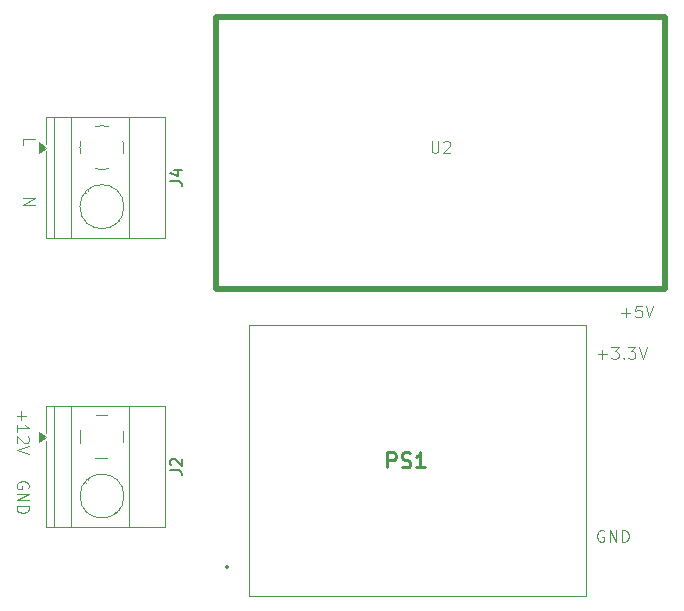
<source format=gbr>
%TF.GenerationSoftware,KiCad,Pcbnew,9.0.0*%
%TF.CreationDate,2025-03-24T13:57:02-05:00*%
%TF.ProjectId,DIIN-proyecto,4449494e-2d70-4726-9f79-6563746f2e6b,rev?*%
%TF.SameCoordinates,Original*%
%TF.FileFunction,Legend,Top*%
%TF.FilePolarity,Positive*%
%FSLAX46Y46*%
G04 Gerber Fmt 4.6, Leading zero omitted, Abs format (unit mm)*
G04 Created by KiCad (PCBNEW 9.0.0) date 2025-03-24 13:57:02*
%MOMM*%
%LPD*%
G01*
G04 APERTURE LIST*
%ADD10C,0.100000*%
%ADD11C,0.254000*%
%ADD12C,0.150000*%
%ADD13C,0.500000*%
%ADD14C,0.200000*%
%ADD15C,0.120000*%
G04 APERTURE END LIST*
D10*
X147827693Y-93920038D02*
X147732455Y-93872419D01*
X147732455Y-93872419D02*
X147589598Y-93872419D01*
X147589598Y-93872419D02*
X147446741Y-93920038D01*
X147446741Y-93920038D02*
X147351503Y-94015276D01*
X147351503Y-94015276D02*
X147303884Y-94110514D01*
X147303884Y-94110514D02*
X147256265Y-94300990D01*
X147256265Y-94300990D02*
X147256265Y-94443847D01*
X147256265Y-94443847D02*
X147303884Y-94634323D01*
X147303884Y-94634323D02*
X147351503Y-94729561D01*
X147351503Y-94729561D02*
X147446741Y-94824800D01*
X147446741Y-94824800D02*
X147589598Y-94872419D01*
X147589598Y-94872419D02*
X147684836Y-94872419D01*
X147684836Y-94872419D02*
X147827693Y-94824800D01*
X147827693Y-94824800D02*
X147875312Y-94777180D01*
X147875312Y-94777180D02*
X147875312Y-94443847D01*
X147875312Y-94443847D02*
X147684836Y-94443847D01*
X148303884Y-94872419D02*
X148303884Y-93872419D01*
X148303884Y-93872419D02*
X148875312Y-94872419D01*
X148875312Y-94872419D02*
X148875312Y-93872419D01*
X149351503Y-94872419D02*
X149351503Y-93872419D01*
X149351503Y-93872419D02*
X149589598Y-93872419D01*
X149589598Y-93872419D02*
X149732455Y-93920038D01*
X149732455Y-93920038D02*
X149827693Y-94015276D01*
X149827693Y-94015276D02*
X149875312Y-94110514D01*
X149875312Y-94110514D02*
X149922931Y-94300990D01*
X149922931Y-94300990D02*
X149922931Y-94443847D01*
X149922931Y-94443847D02*
X149875312Y-94634323D01*
X149875312Y-94634323D02*
X149827693Y-94729561D01*
X149827693Y-94729561D02*
X149732455Y-94824800D01*
X149732455Y-94824800D02*
X149589598Y-94872419D01*
X149589598Y-94872419D02*
X149351503Y-94872419D01*
X147303884Y-78991466D02*
X148065789Y-78991466D01*
X147684836Y-79372419D02*
X147684836Y-78610514D01*
X148446741Y-78372419D02*
X149065788Y-78372419D01*
X149065788Y-78372419D02*
X148732455Y-78753371D01*
X148732455Y-78753371D02*
X148875312Y-78753371D01*
X148875312Y-78753371D02*
X148970550Y-78800990D01*
X148970550Y-78800990D02*
X149018169Y-78848609D01*
X149018169Y-78848609D02*
X149065788Y-78943847D01*
X149065788Y-78943847D02*
X149065788Y-79181942D01*
X149065788Y-79181942D02*
X149018169Y-79277180D01*
X149018169Y-79277180D02*
X148970550Y-79324800D01*
X148970550Y-79324800D02*
X148875312Y-79372419D01*
X148875312Y-79372419D02*
X148589598Y-79372419D01*
X148589598Y-79372419D02*
X148494360Y-79324800D01*
X148494360Y-79324800D02*
X148446741Y-79277180D01*
X149494360Y-79277180D02*
X149541979Y-79324800D01*
X149541979Y-79324800D02*
X149494360Y-79372419D01*
X149494360Y-79372419D02*
X149446741Y-79324800D01*
X149446741Y-79324800D02*
X149494360Y-79277180D01*
X149494360Y-79277180D02*
X149494360Y-79372419D01*
X149875312Y-78372419D02*
X150494359Y-78372419D01*
X150494359Y-78372419D02*
X150161026Y-78753371D01*
X150161026Y-78753371D02*
X150303883Y-78753371D01*
X150303883Y-78753371D02*
X150399121Y-78800990D01*
X150399121Y-78800990D02*
X150446740Y-78848609D01*
X150446740Y-78848609D02*
X150494359Y-78943847D01*
X150494359Y-78943847D02*
X150494359Y-79181942D01*
X150494359Y-79181942D02*
X150446740Y-79277180D01*
X150446740Y-79277180D02*
X150399121Y-79324800D01*
X150399121Y-79324800D02*
X150303883Y-79372419D01*
X150303883Y-79372419D02*
X150018169Y-79372419D01*
X150018169Y-79372419D02*
X149922931Y-79324800D01*
X149922931Y-79324800D02*
X149875312Y-79277180D01*
X150780074Y-78372419D02*
X151113407Y-79372419D01*
X151113407Y-79372419D02*
X151446740Y-78372419D01*
X149303884Y-75491466D02*
X150065789Y-75491466D01*
X149684836Y-75872419D02*
X149684836Y-75110514D01*
X151018169Y-74872419D02*
X150541979Y-74872419D01*
X150541979Y-74872419D02*
X150494360Y-75348609D01*
X150494360Y-75348609D02*
X150541979Y-75300990D01*
X150541979Y-75300990D02*
X150637217Y-75253371D01*
X150637217Y-75253371D02*
X150875312Y-75253371D01*
X150875312Y-75253371D02*
X150970550Y-75300990D01*
X150970550Y-75300990D02*
X151018169Y-75348609D01*
X151018169Y-75348609D02*
X151065788Y-75443847D01*
X151065788Y-75443847D02*
X151065788Y-75681942D01*
X151065788Y-75681942D02*
X151018169Y-75777180D01*
X151018169Y-75777180D02*
X150970550Y-75824800D01*
X150970550Y-75824800D02*
X150875312Y-75872419D01*
X150875312Y-75872419D02*
X150637217Y-75872419D01*
X150637217Y-75872419D02*
X150541979Y-75824800D01*
X150541979Y-75824800D02*
X150494360Y-75777180D01*
X151351503Y-74872419D02*
X151684836Y-75872419D01*
X151684836Y-75872419D02*
X152018169Y-74872419D01*
X99079961Y-90327693D02*
X99127580Y-90232455D01*
X99127580Y-90232455D02*
X99127580Y-90089598D01*
X99127580Y-90089598D02*
X99079961Y-89946741D01*
X99079961Y-89946741D02*
X98984723Y-89851503D01*
X98984723Y-89851503D02*
X98889485Y-89803884D01*
X98889485Y-89803884D02*
X98699009Y-89756265D01*
X98699009Y-89756265D02*
X98556152Y-89756265D01*
X98556152Y-89756265D02*
X98365676Y-89803884D01*
X98365676Y-89803884D02*
X98270438Y-89851503D01*
X98270438Y-89851503D02*
X98175200Y-89946741D01*
X98175200Y-89946741D02*
X98127580Y-90089598D01*
X98127580Y-90089598D02*
X98127580Y-90184836D01*
X98127580Y-90184836D02*
X98175200Y-90327693D01*
X98175200Y-90327693D02*
X98222819Y-90375312D01*
X98222819Y-90375312D02*
X98556152Y-90375312D01*
X98556152Y-90375312D02*
X98556152Y-90184836D01*
X98127580Y-90803884D02*
X99127580Y-90803884D01*
X99127580Y-90803884D02*
X98127580Y-91375312D01*
X98127580Y-91375312D02*
X99127580Y-91375312D01*
X98127580Y-91851503D02*
X99127580Y-91851503D01*
X99127580Y-91851503D02*
X99127580Y-92089598D01*
X99127580Y-92089598D02*
X99079961Y-92232455D01*
X99079961Y-92232455D02*
X98984723Y-92327693D01*
X98984723Y-92327693D02*
X98889485Y-92375312D01*
X98889485Y-92375312D02*
X98699009Y-92422931D01*
X98699009Y-92422931D02*
X98556152Y-92422931D01*
X98556152Y-92422931D02*
X98365676Y-92375312D01*
X98365676Y-92375312D02*
X98270438Y-92327693D01*
X98270438Y-92327693D02*
X98175200Y-92232455D01*
X98175200Y-92232455D02*
X98127580Y-92089598D01*
X98127580Y-92089598D02*
X98127580Y-91851503D01*
X98508533Y-83803884D02*
X98508533Y-84565789D01*
X98127580Y-84184836D02*
X98889485Y-84184836D01*
X98127580Y-85565788D02*
X98127580Y-84994360D01*
X98127580Y-85280074D02*
X99127580Y-85280074D01*
X99127580Y-85280074D02*
X98984723Y-85184836D01*
X98984723Y-85184836D02*
X98889485Y-85089598D01*
X98889485Y-85089598D02*
X98841866Y-84994360D01*
X99032342Y-85946741D02*
X99079961Y-85994360D01*
X99079961Y-85994360D02*
X99127580Y-86089598D01*
X99127580Y-86089598D02*
X99127580Y-86327693D01*
X99127580Y-86327693D02*
X99079961Y-86422931D01*
X99079961Y-86422931D02*
X99032342Y-86470550D01*
X99032342Y-86470550D02*
X98937104Y-86518169D01*
X98937104Y-86518169D02*
X98841866Y-86518169D01*
X98841866Y-86518169D02*
X98699009Y-86470550D01*
X98699009Y-86470550D02*
X98127580Y-85899122D01*
X98127580Y-85899122D02*
X98127580Y-86518169D01*
X99127580Y-86803884D02*
X98127580Y-87137217D01*
X98127580Y-87137217D02*
X99127580Y-87470550D01*
X98627580Y-65763884D02*
X99627580Y-65763884D01*
X99627580Y-65763884D02*
X98627580Y-66335312D01*
X98627580Y-66335312D02*
X99627580Y-66335312D01*
X98627580Y-61280074D02*
X98627580Y-60803884D01*
X98627580Y-60803884D02*
X99627580Y-60803884D01*
X133238095Y-60957419D02*
X133238095Y-61766942D01*
X133238095Y-61766942D02*
X133285714Y-61862180D01*
X133285714Y-61862180D02*
X133333333Y-61909800D01*
X133333333Y-61909800D02*
X133428571Y-61957419D01*
X133428571Y-61957419D02*
X133619047Y-61957419D01*
X133619047Y-61957419D02*
X133714285Y-61909800D01*
X133714285Y-61909800D02*
X133761904Y-61862180D01*
X133761904Y-61862180D02*
X133809523Y-61766942D01*
X133809523Y-61766942D02*
X133809523Y-60957419D01*
X134238095Y-61052657D02*
X134285714Y-61005038D01*
X134285714Y-61005038D02*
X134380952Y-60957419D01*
X134380952Y-60957419D02*
X134619047Y-60957419D01*
X134619047Y-60957419D02*
X134714285Y-61005038D01*
X134714285Y-61005038D02*
X134761904Y-61052657D01*
X134761904Y-61052657D02*
X134809523Y-61147895D01*
X134809523Y-61147895D02*
X134809523Y-61243133D01*
X134809523Y-61243133D02*
X134761904Y-61385990D01*
X134761904Y-61385990D02*
X134190476Y-61957419D01*
X134190476Y-61957419D02*
X134809523Y-61957419D01*
D11*
X129502856Y-88574318D02*
X129502856Y-87304318D01*
X129502856Y-87304318D02*
X129986666Y-87304318D01*
X129986666Y-87304318D02*
X130107618Y-87364794D01*
X130107618Y-87364794D02*
X130168095Y-87425270D01*
X130168095Y-87425270D02*
X130228571Y-87546222D01*
X130228571Y-87546222D02*
X130228571Y-87727651D01*
X130228571Y-87727651D02*
X130168095Y-87848603D01*
X130168095Y-87848603D02*
X130107618Y-87909080D01*
X130107618Y-87909080D02*
X129986666Y-87969556D01*
X129986666Y-87969556D02*
X129502856Y-87969556D01*
X130712380Y-88513842D02*
X130893809Y-88574318D01*
X130893809Y-88574318D02*
X131196190Y-88574318D01*
X131196190Y-88574318D02*
X131317142Y-88513842D01*
X131317142Y-88513842D02*
X131377618Y-88453365D01*
X131377618Y-88453365D02*
X131438095Y-88332413D01*
X131438095Y-88332413D02*
X131438095Y-88211461D01*
X131438095Y-88211461D02*
X131377618Y-88090508D01*
X131377618Y-88090508D02*
X131317142Y-88030032D01*
X131317142Y-88030032D02*
X131196190Y-87969556D01*
X131196190Y-87969556D02*
X130954285Y-87909080D01*
X130954285Y-87909080D02*
X130833333Y-87848603D01*
X130833333Y-87848603D02*
X130772856Y-87788127D01*
X130772856Y-87788127D02*
X130712380Y-87667175D01*
X130712380Y-87667175D02*
X130712380Y-87546222D01*
X130712380Y-87546222D02*
X130772856Y-87425270D01*
X130772856Y-87425270D02*
X130833333Y-87364794D01*
X130833333Y-87364794D02*
X130954285Y-87304318D01*
X130954285Y-87304318D02*
X131256666Y-87304318D01*
X131256666Y-87304318D02*
X131438095Y-87364794D01*
X132647619Y-88574318D02*
X131921904Y-88574318D01*
X132284761Y-88574318D02*
X132284761Y-87304318D01*
X132284761Y-87304318D02*
X132163809Y-87485746D01*
X132163809Y-87485746D02*
X132042857Y-87606699D01*
X132042857Y-87606699D02*
X131921904Y-87667175D01*
D12*
X111102319Y-64333333D02*
X111816604Y-64333333D01*
X111816604Y-64333333D02*
X111959461Y-64380952D01*
X111959461Y-64380952D02*
X112054700Y-64476190D01*
X112054700Y-64476190D02*
X112102319Y-64619047D01*
X112102319Y-64619047D02*
X112102319Y-64714285D01*
X111435652Y-63428571D02*
X112102319Y-63428571D01*
X111054700Y-63666666D02*
X111768985Y-63904761D01*
X111768985Y-63904761D02*
X111768985Y-63285714D01*
X111102319Y-88833333D02*
X111816604Y-88833333D01*
X111816604Y-88833333D02*
X111959461Y-88880952D01*
X111959461Y-88880952D02*
X112054700Y-88976190D01*
X112054700Y-88976190D02*
X112102319Y-89119047D01*
X112102319Y-89119047D02*
X112102319Y-89214285D01*
X111197557Y-88404761D02*
X111149938Y-88357142D01*
X111149938Y-88357142D02*
X111102319Y-88261904D01*
X111102319Y-88261904D02*
X111102319Y-88023809D01*
X111102319Y-88023809D02*
X111149938Y-87928571D01*
X111149938Y-87928571D02*
X111197557Y-87880952D01*
X111197557Y-87880952D02*
X111292795Y-87833333D01*
X111292795Y-87833333D02*
X111388033Y-87833333D01*
X111388033Y-87833333D02*
X111530890Y-87880952D01*
X111530890Y-87880952D02*
X112102319Y-88452380D01*
X112102319Y-88452380D02*
X112102319Y-87833333D01*
%TO.C,U2*%
D13*
X115020000Y-50450000D02*
X153020000Y-50450000D01*
X153020000Y-73450000D01*
X115020000Y-73450000D01*
X115020000Y-50450000D01*
D10*
%TO.C,PS1*%
X117770000Y-76550000D02*
X146270000Y-76550000D01*
X146270000Y-76550000D02*
X146270000Y-99450000D01*
X146270000Y-99450000D02*
X117770000Y-99450000D01*
X117770000Y-99450000D02*
X117770000Y-76550000D01*
D14*
X116020000Y-97000000D02*
X116020000Y-97000000D01*
X115820000Y-97000000D02*
X115820000Y-97000000D01*
X115820000Y-97000000D02*
G75*
G02*
X116020000Y-97000000I100000J0D01*
G01*
X116020000Y-97000000D02*
G75*
G02*
X115820000Y-97000000I-100000J0D01*
G01*
D15*
%TO.C,J4*%
X110647500Y-58880000D02*
X100607500Y-58880000D01*
X110647500Y-58880000D02*
X110647500Y-69120000D01*
X107627500Y-58880000D02*
X107627500Y-69120000D01*
X102727500Y-58880000D02*
X102727500Y-69120000D01*
X101227500Y-58880000D02*
X101227500Y-69120000D01*
X100607500Y-58880000D02*
X100607500Y-61200000D01*
X100607500Y-61800000D02*
X100607500Y-69120000D01*
X104187500Y-65133000D02*
X104144500Y-65089000D01*
X103960500Y-65360000D02*
X103917500Y-65316000D01*
X106738500Y-67684000D02*
X106694500Y-67640000D01*
X106511500Y-67911000D02*
X106467500Y-67867000D01*
X110647500Y-69120000D02*
X100607500Y-69120000D01*
X104787500Y-59720000D02*
G75*
G02*
X105866821Y-59719794I540000J-1780000D01*
G01*
X107107500Y-60960000D02*
G75*
G02*
X107107706Y-62039321I-1780000J-540000D01*
G01*
X103547500Y-62040000D02*
G75*
G02*
X103547294Y-60960679I1780013J540000D01*
G01*
X105867500Y-63280000D02*
G75*
G02*
X104788179Y-63280206I-540000J1780013D01*
G01*
X107187500Y-66500000D02*
G75*
G02*
X103467500Y-66500000I-1860000J0D01*
G01*
X103467500Y-66500000D02*
G75*
G02*
X107187500Y-66500000I1860000J0D01*
G01*
X100607500Y-61500000D02*
X99997500Y-61940000D01*
X99997500Y-61060000D01*
X100607500Y-61500000D01*
G36*
X100607500Y-61500000D02*
G01*
X99997500Y-61940000D01*
X99997500Y-61060000D01*
X100607500Y-61500000D01*
G37*
%TO.C,J2*%
X110647500Y-83380000D02*
X100607500Y-83380000D01*
X110647500Y-83380000D02*
X110647500Y-93620000D01*
X107627500Y-83380000D02*
X107627500Y-93620000D01*
X102727500Y-83380000D02*
X102727500Y-93620000D01*
X101227500Y-83380000D02*
X101227500Y-93620000D01*
X100607500Y-83380000D02*
X100607500Y-85700000D01*
X100607500Y-86300000D02*
X100607500Y-93620000D01*
X104187500Y-89633000D02*
X104144500Y-89589000D01*
X103960500Y-89860000D02*
X103917500Y-89816000D01*
X106738500Y-92184000D02*
X106694500Y-92140000D01*
X106511500Y-92411000D02*
X106467500Y-92367000D01*
X110647500Y-93620000D02*
X100607500Y-93620000D01*
X104787500Y-84220000D02*
G75*
G02*
X105866821Y-84219794I540000J-1780000D01*
G01*
X107107500Y-85460000D02*
G75*
G02*
X107107706Y-86539321I-1780000J-540000D01*
G01*
X103547500Y-86540000D02*
G75*
G02*
X103547294Y-85460679I1780013J540000D01*
G01*
X105867500Y-87780000D02*
G75*
G02*
X104788179Y-87780206I-540000J1780013D01*
G01*
X107187500Y-91000000D02*
G75*
G02*
X103467500Y-91000000I-1860000J0D01*
G01*
X103467500Y-91000000D02*
G75*
G02*
X107187500Y-91000000I1860000J0D01*
G01*
X100607500Y-86000000D02*
X99997500Y-86440000D01*
X99997500Y-85560000D01*
X100607500Y-86000000D01*
G36*
X100607500Y-86000000D02*
G01*
X99997500Y-86440000D01*
X99997500Y-85560000D01*
X100607500Y-86000000D01*
G37*
%TD*%
M02*

</source>
